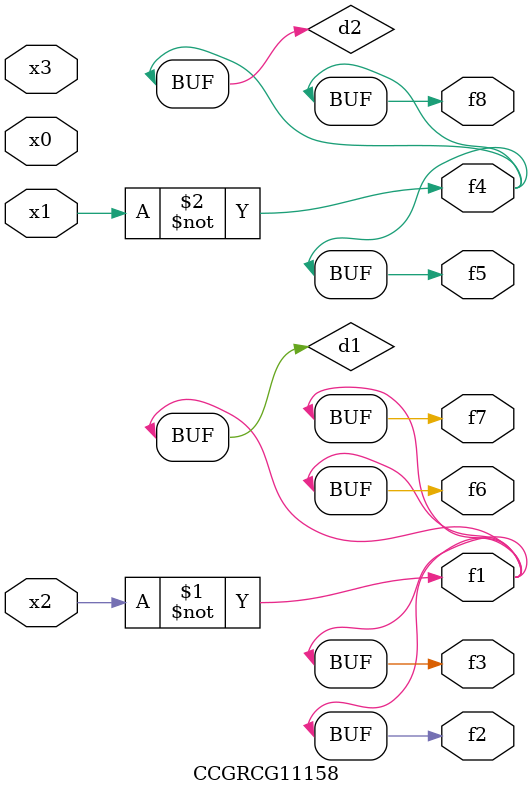
<source format=v>
module CCGRCG11158(
	input x0, x1, x2, x3,
	output f1, f2, f3, f4, f5, f6, f7, f8
);

	wire d1, d2;

	xnor (d1, x2);
	not (d2, x1);
	assign f1 = d1;
	assign f2 = d1;
	assign f3 = d1;
	assign f4 = d2;
	assign f5 = d2;
	assign f6 = d1;
	assign f7 = d1;
	assign f8 = d2;
endmodule

</source>
